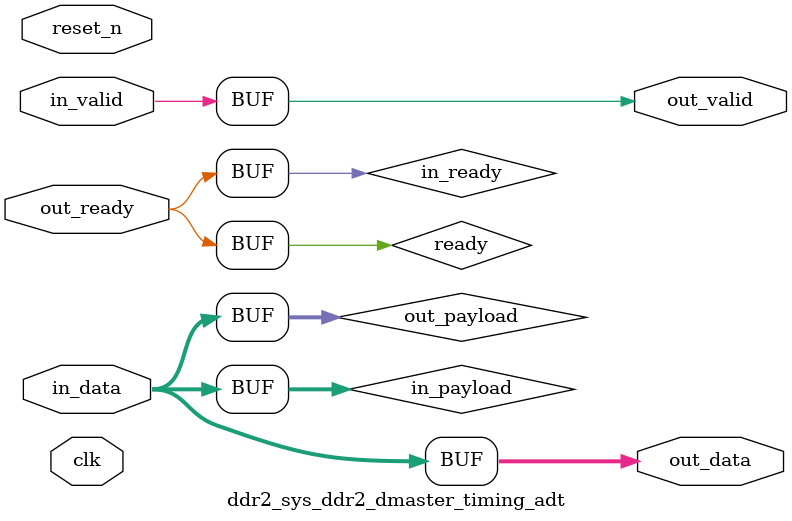
<source format=v>

`timescale 1ns / 100ps
module ddr2_sys_ddr2_dmaster_timing_adt (
    
      // Interface: clk
      input              clk,
      // Interface: reset
      input              reset_n,
      // Interface: in
      input              in_valid,
      input      [ 7: 0] in_data,
      // Interface: out
      output reg         out_valid,
      output reg [ 7: 0] out_data,
      input              out_ready
);




   // ---------------------------------------------------------------------
   //| Signal Declarations
   // ---------------------------------------------------------------------

   reg  [ 7: 0] in_payload;
   reg  [ 7: 0] out_payload;
   reg  [ 0: 0] ready;
   reg          in_ready;
   // synthesis translate_off
   always @(negedge in_ready) begin
      $display("%m: The downstream component is backpressuring by deasserting ready, but the upstream component can't be backpressured.");
   end
   // synthesis translate_on   


   // ---------------------------------------------------------------------
   //| Payload Mapping
   // ---------------------------------------------------------------------
   always @* begin
     in_payload = {in_data};
     {out_data} = out_payload;
   end

   // ---------------------------------------------------------------------
   //| Ready & valid signals.
   // ---------------------------------------------------------------------
   always @* begin
     ready[0] = out_ready;
     out_valid = in_valid;
     out_payload = in_payload;
     in_ready = ready[0];
   end




endmodule


</source>
